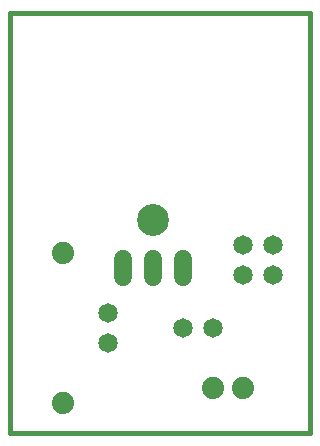
<source format=gtl>
G75*
%MOIN*%
%OFA0B0*%
%FSLAX24Y24*%
%IPPOS*%
%LPD*%
%AMOC8*
5,1,8,0,0,1.08239X$1,22.5*
%
%ADD10C,0.0160*%
%ADD11C,0.0600*%
%ADD12C,0.0650*%
%ADD13C,0.0740*%
%ADD14C,0.1065*%
D10*
X000180Y000180D02*
X000180Y014180D01*
X010180Y014180D01*
X010180Y000180D01*
X000180Y000180D01*
D11*
X003930Y005380D02*
X003930Y005980D01*
X004930Y005980D02*
X004930Y005380D01*
X005930Y005380D02*
X005930Y005980D01*
D12*
X005930Y003680D03*
X006930Y003680D03*
X007930Y005430D03*
X007930Y006430D03*
X008930Y006430D03*
X008930Y005430D03*
X003430Y004180D03*
X003430Y003180D03*
D13*
X001930Y001180D03*
X001930Y006180D03*
X006930Y001680D03*
X007930Y001680D03*
D14*
X004930Y007280D03*
M02*

</source>
